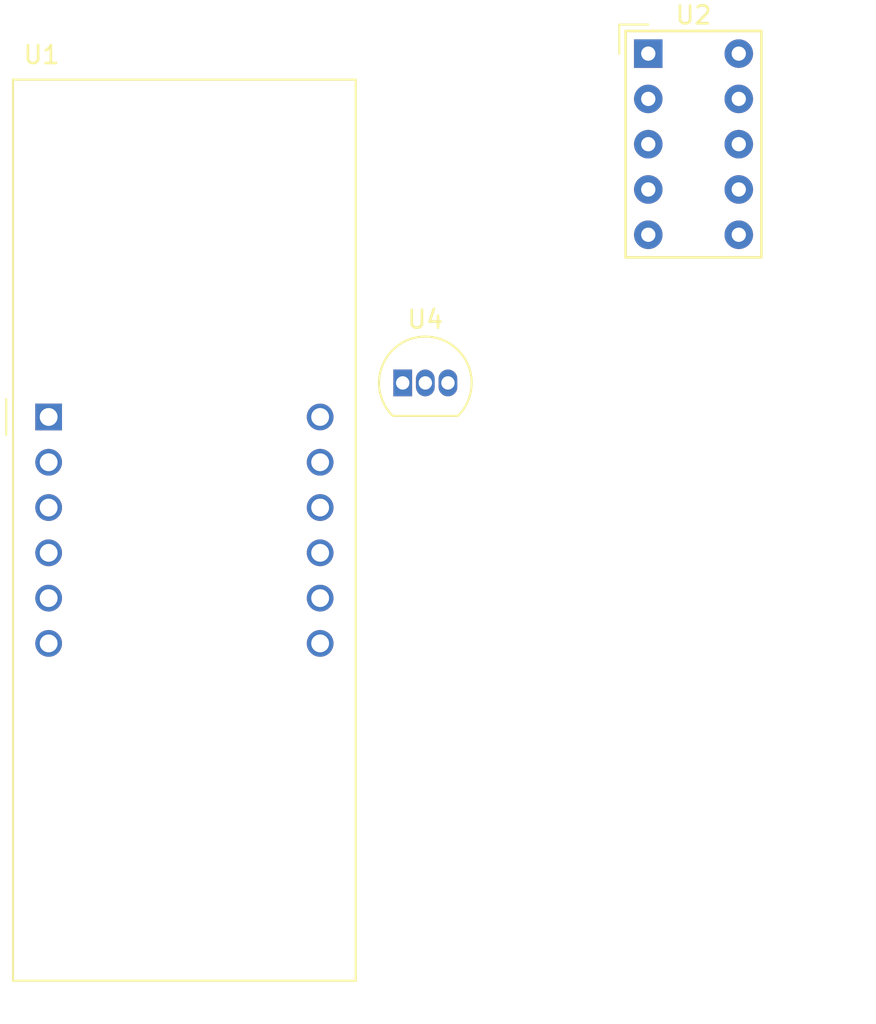
<source format=kicad_pcb>
(kicad_pcb (version 20241229) (generator "pcbnew") (generator_version "9.0")
  (layers (0 "F.Cu" signal) (2 "B.Cu" signal) (13 "F.Paste" user) (15 "B.Paste" user) (5 "F.SilkS" user "F.Silkscreen") (7 "B.SilkS" user "B.Silkscreen") (1 "F.Mask" user) (3 "B.Mask" user) (25 "Edge.Cuts" user))
  (net 0 "")
  (net 1 "Net-(U1-d)")
  (net 2 "Net-(U1-a)")
  (net 3 "Net-(T5-C)")
  (net 4 "Net-(U1-DPX)")
  (net 5 "Net-(U1-g)")
  (net 6 "Net-(T3-C)")
  (net 7 "Net-(U1-b)")
  (net 8 "Net-(U1-f)")
  (net 9 "Net-(U1-c)")
  (net 10 "Net-(T2-C)")
  (net 11 "Net-(U1-e)")
  (net 12 "Net-(T1-C)")
  (net 20 "Net-(T4-E)")
  (net 21 "Net-(U2-A)")
  (net 23 "GND")
  (net 24 "Net-(U3-Vref-{slash}AN2{slash}RA2)")
  (net 25 "VDD")
  (footprint "Display_7Segment:HDSP-A151" (layer "F.Cu") (at 101.42 49.42)
    (property "Reference" "U2" (at 2.54 -2.159 0) (layer "F.SilkS"))
    (property "Value" "HDSP-7501")
    (fp_line (start -1.63 -1.63) (end 0 -1.63) (stroke (width 0.12)) (layer "F.SilkS"))
    (fp_line (start -1.63 0) (end -1.63 -1.63) (stroke (width 0.12)) (layer "F.SilkS"))
    (fp_line (start -1.27 -1.27) (end -1.27 11.43) (stroke (width 0.15)) (layer "F.SilkS"))
    (fp_line (start -1.27 11.43) (end 6.35 11.43) (stroke (width 0.15)) (layer "F.SilkS"))
    (fp_line (start 6.35 -1.27) (end -1.27 -1.27) (stroke (width 0.15)) (layer "F.SilkS"))
    (fp_line (start 6.35 11.43) (end 6.35 -1.27) (stroke (width 0.15)) (layer "F.SilkS"))
    (pad "1" thru_hole rect (at 0 0) (size 1.6 1.6) (drill 0.8) (layers "*.Cu" "*.Mask") (net 20 "Net-(T4-E)"))
    (pad "2" thru_hole circle (at 0 2.54) (size 1.6 1.6) (drill 0.8) (layers "*.Cu" "*.Mask"))
    (pad "3" thru_hole circle (at 0 5.08) (size 1.6 1.6) (drill 0.8) (layers "*.Cu" "*.Mask"))
    (pad "4" thru_hole circle (at 0 7.62) (size 1.6 1.6) (drill 0.8) (layers "*.Cu" "*.Mask"))
    (pad "5" thru_hole circle (at 0 10.16) (size 1.6 1.6) (drill 0.8) (layers "*.Cu" "*.Mask"))
    (pad "6" thru_hole circle (at 5.08 10.16) (size 1.6 1.6) (drill 0.8) (layers "*.Cu" "*.Mask"))
    (pad "7" thru_hole circle (at 5.08 7.62) (size 1.6 1.6) (drill 0.8) (layers "*.Cu" "*.Mask"))
    (pad "8" thru_hole circle (at 5.08 5.08) (size 1.6 1.6) (drill 0.8) (layers "*.Cu" "*.Mask"))
    (pad "9" thru_hole circle (at 5.08 2.54) (size 1.6 1.6) (drill 0.8) (layers "*.Cu" "*.Mask"))
    (pad "10" thru_hole circle (at 5.08 0) (size 1.6 1.6) (drill 0.8) (layers "*.Cu" "*.Mask") (net 21 "Net-(U2-A)"))
  )
  (footprint "Display_7Segment:CA56-12EWA" (layer "F.Cu") (at 67.76 69.8)
    (property "Reference" "U1" (at -0.4 -20.31 0) (layer "F.SilkS"))
    (property "Value" "CC56-12EWA")
    (fp_line (start -2.38 -1) (end -2.38 1) (stroke (width 0.12)) (layer "F.SilkS"))
    (fp_line (start -2 -18.92) (end -2 31.62) (stroke (width 0.12)) (layer "F.SilkS"))
    (fp_line (start -2 -18.92) (end 17.24 -18.92) (stroke (width 0.12)) (layer "F.SilkS"))
    (fp_line (start -2 31.62) (end 17.24 31.62) (stroke (width 0.12)) (layer "F.SilkS"))
    (fp_line (start 17.24 31.62) (end 17.24 -18.92) (stroke (width 0.12)) (layer "F.SilkS"))
    (pad "1" thru_hole rect (at 0 0) (size 1.5 1.5) (drill 1) (layers "*.Cu" "*.Mask") (net 11 "Net-(U1-e)"))
    (pad "2" thru_hole circle (at 0 2.54) (size 1.5 1.5) (drill 1) (layers "*.Cu" "*.Mask") (net 1 "Net-(U1-d)"))
    (pad "3" thru_hole circle (at 0 5.08) (size 1.5 1.5) (drill 1) (layers "*.Cu" "*.Mask") (net 4 "Net-(U1-DPX)"))
    (pad "4" thru_hole circle (at 0 7.62) (size 1.5 1.5) (drill 1) (layers "*.Cu" "*.Mask") (net 9 "Net-(U1-c)"))
    (pad "5" thru_hole circle (at 0 10.16) (size 1.5 1.5) (drill 1) (layers "*.Cu" "*.Mask") (net 5 "Net-(U1-g)"))
    (pad "6" thru_hole circle (at 0 12.7) (size 1.5 1.5) (drill 1) (layers "*.Cu" "*.Mask") (net 6 "Net-(T3-C)"))
    (pad "7" thru_hole circle (at 15.24 12.7) (size 1.5 1.5) (drill 1) (layers "*.Cu" "*.Mask") (net 7 "Net-(U1-b)"))
    (pad "8" thru_hole circle (at 15.24 10.16) (size 1.5 1.5) (drill 1) (layers "*.Cu" "*.Mask") (net 10 "Net-(T2-C)"))
    (pad "9" thru_hole circle (at 15.24 7.62) (size 1.5 1.5) (drill 1) (layers "*.Cu" "*.Mask") (net 12 "Net-(T1-C)"))
    (pad "10" thru_hole circle (at 15.24 5.08) (size 1.5 1.5) (drill 1) (layers "*.Cu" "*.Mask") (net 8 "Net-(U1-f)"))
    (pad "11" thru_hole circle (at 15.24 2.54) (size 1.5 1.5) (drill 1) (layers "*.Cu" "*.Mask") (net 2 "Net-(U1-a)"))
    (pad "12" thru_hole circle (at 15.24 0) (size 1.5 1.5) (drill 1) (layers "*.Cu" "*.Mask") (net 3 "Net-(T5-C)"))
  )
  (footprint "Package_TO_SOT_THT:TO-92_Inline" (layer "F.Cu") (at 87.635 67.89)
    (property "Reference" "U4" (at 1.27 -3.56 0) (layer "F.SilkS"))
    (property "Value" "DS18B20")
    (fp_line (start -0.53 1.85) (end 3.07 1.85) (stroke (width 0.12)) (layer "F.SilkS"))
    (fp_arc (start -0.568478 1.838478) (mid -1.132087 -0.994977) (end 1.27 -2.6) (stroke (width 0.12)) (layer "F.SilkS"))
    (fp_arc (start 1.27 -2.6) (mid 3.672087 -0.994977) (end 3.108478 1.838478) (stroke (width 0.12)) (layer "F.SilkS"))
    (pad "1" thru_hole rect (at 0 0) (size 1.05 1.5) (drill 0.75) (layers "*.Cu" "*.Mask") (net 23 "GND"))
    (pad "2" thru_hole oval (at 1.27 0) (size 1.05 1.5) (drill 0.75) (layers "*.Cu" "*.Mask") (net 24 "Net-(U3-Vref-{slash}AN2{slash}RA2)"))
    (pad "3" thru_hole oval (at 2.54 0) (size 1.05 1.5) (drill 0.75) (layers "*.Cu" "*.Mask") (net 25 "VDD"))
  )
)
</source>
